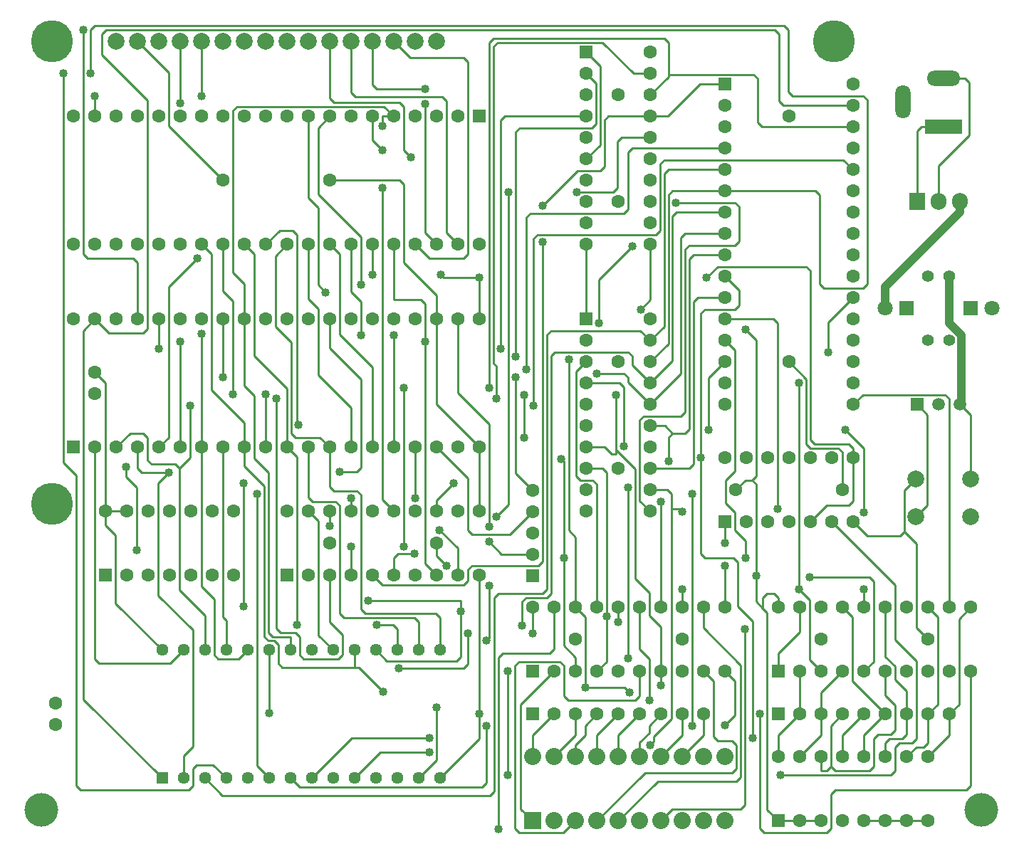
<source format=gbr>
%TF.GenerationSoftware,Novarm,DipTrace,4.3.0.4*%
%TF.CreationDate,2023-09-26T18:22:54+01:00*%
%FSLAX26Y26*%
%MOIN*%
%TF.FileFunction,Copper,L2,Bot*%
%TF.Part,Single*%
%TA.AperFunction,Conductor*%
%ADD13C,0.03937*%
%ADD14C,0.009843*%
%TA.AperFunction,ComponentPad*%
%ADD18R,0.070866X0.070866*%
%ADD19C,0.070866*%
%ADD20R,0.062992X0.062992*%
%ADD21C,0.062992*%
%ADD22C,0.062992*%
%ADD23C,0.15748*%
%ADD24R,0.056693X0.056693*%
%ADD25C,0.056693*%
%ADD26R,0.173228X0.070866*%
%ADD27O,0.15748X0.070866*%
%ADD28O,0.070866X0.15748*%
%ADD29C,0.055118*%
%ADD30C,0.055118*%
%ADD31C,0.19685*%
%ADD32C,0.07874*%
%ADD33R,0.059055X0.059055*%
%ADD34C,0.059055*%
%ADD35R,0.08X0.08*%
%ADD36C,0.08*%
%ADD37R,0.075X0.07874*%
%ADD38O,0.075X0.07874*%
%TA.AperFunction,ViaPad*%
%ADD39C,0.04*%
G75*
G01*
%LPD*%
X5047638Y3393701D2*
D13*
Y3343701D1*
X4697638Y2993701D1*
Y2893701D1*
X1597638Y3493701D2*
D14*
X1343897Y3747441D1*
Y3997441D1*
X1197638Y4143701D1*
X4397638Y493701D2*
X4297638D1*
X997638Y2593701D2*
X1047638Y2543701D1*
Y1943701D1*
X4197638Y493701D2*
X4146063Y545275D1*
Y1469095D1*
X4126378Y1488780D1*
X4093897Y1521261D1*
Y1642914D1*
Y2070276D1*
X4074212Y2089961D1*
X4043898D1*
X3997638Y2043701D1*
X4597638Y493701D2*
X4697638D1*
X1313386Y1293701D2*
X1093901Y1513185D1*
Y1831493D1*
X1047638Y1877756D1*
Y1943701D1*
X2745712Y1371575D2*
Y1227599D1*
X2726027Y1207914D1*
X2421736D1*
X3047638Y1493701D2*
Y1371575D1*
X4074212Y2089961D2*
X4093897Y2109646D1*
Y2743859D1*
X4044055Y2793701D1*
X4197638Y1493701D2*
Y1539961D1*
X4177953Y1559646D1*
X4146063D1*
X4126378Y1539961D1*
Y1488780D1*
X4297638Y493701D2*
X4243898D1*
X4197638D1*
X1047638Y1943701D2*
X1147638D1*
X4797638Y493701D2*
X4897638D1*
X4697638D2*
X4797638D1*
X3598248Y848469D2*
X3613582Y863803D1*
Y887839D1*
X3697027Y971284D1*
Y1955040D1*
Y2024016D1*
X3677342Y2043701D1*
X3597638D1*
X3746870Y1940122D2*
X3731952Y1955040D1*
X3697027D1*
X2563716Y813705D2*
X2333390D1*
X2213386Y693701D1*
X3947638Y2843701D2*
X4174212D1*
X4193893Y2824020D1*
Y1955040D1*
X2078665Y2969236D2*
X2043897Y3004004D1*
Y3365256D1*
X1997638Y3411515D1*
Y3793701D1*
X1397638Y2243701D2*
Y2739492D1*
X1297638Y2243701D2*
X1343901Y2289964D1*
Y2994571D1*
X1478661Y3129331D1*
X1813386Y1293701D2*
Y997441D1*
X3017720Y2606736D2*
Y3320280D1*
X3037405Y3339965D1*
X3474216D1*
X3493901Y3359650D1*
Y3624016D1*
X3513586Y3643701D1*
X3947638D1*
X1413386Y693701D2*
Y798342D1*
X1456500Y841457D1*
Y1387263D1*
X1293901Y1549862D1*
Y2074040D1*
X1343901Y2124040D1*
X1217326D1*
X1197638Y2143728D1*
Y2243701D1*
X3052484Y2437524D2*
Y3220280D1*
X3072169Y3239965D1*
X3624216D1*
X3643901Y3259650D1*
Y3570276D1*
X3663586Y3589961D1*
X4501378D1*
X4547638Y3543701D1*
X1513386Y1293701D2*
Y1454783D1*
X1393901Y1574268D1*
Y2143725D1*
X1443901Y2193725D1*
Y2437524D1*
X1393901Y2143725D2*
X1374216Y2163410D1*
X1263586D1*
X1243901Y2183095D1*
Y2289965D1*
X1224216Y2309650D1*
X1163587D1*
X1097638Y2243701D1*
X997638D2*
Y1250591D1*
X1017323Y1230906D1*
X1350591D1*
X1413386Y1293701D1*
X1313386Y693701D2*
X943901Y1063185D1*
Y2789964D1*
X997638Y2843701D1*
X1063583Y2777756D1*
X1224216D1*
X1243901Y2797441D1*
Y3869764D1*
X1032401Y4081264D1*
Y4178154D1*
X1052086Y4197839D1*
X4182260D1*
X4201946Y4178153D1*
Y3863386D1*
X4221631Y3843701D1*
X4547638D1*
X3597638Y3993701D2*
X3520575D1*
X3374311Y4139965D1*
X2883271D1*
X2863586Y4120280D1*
Y2637611D1*
X2878665Y2622532D1*
Y2472288D1*
X1847480D2*
Y1395866D1*
X1867165Y1376181D1*
X1936815D1*
X1956500Y1356496D1*
Y1270276D1*
X1976185Y1250591D1*
X2136815D1*
X2156500Y1270276D1*
Y1366154D1*
X2097638Y1425016D1*
Y1643701D1*
X3597638Y3893701D2*
X3683271Y3979334D1*
Y3989961D1*
X4081975D1*
X4101663Y3970273D1*
Y3763387D1*
X4121349Y3743701D1*
X4547638D1*
X3683271Y3989961D2*
Y4139965D1*
X3663586Y4159650D1*
X2863586D1*
X2843901Y4139965D1*
Y2522130D1*
X2443901Y1779173D2*
Y2522130D1*
X2197638Y1643701D2*
Y1779173D1*
X3093901Y3374729D2*
X3259137Y3539965D1*
X3363586D1*
X3383271Y3559650D1*
Y3774016D1*
X3402956Y3793701D1*
X3597638D1*
X3093901Y3205201D2*
Y1709646D1*
X3074216Y1689961D1*
X2763586D1*
X2743901Y1670276D1*
Y1617122D1*
X2724216Y1597437D1*
X2343902D1*
X2297638Y1643701D1*
X3597638Y3793701D2*
X3680488D1*
X3830488Y3943701D1*
X3947638D1*
X3254263Y3439965D2*
X3423988D1*
X3443676Y3459653D1*
Y3674015D1*
X3463362Y3693701D1*
X3597638D1*
X2878665Y1919965D2*
X2933114Y1974414D1*
Y3439965D1*
X2493744Y1744410D2*
X2417327D1*
X2397638Y1724720D1*
Y1643701D1*
X3597638Y2143701D2*
X3781697D1*
X3801382Y2163386D1*
Y2924016D1*
X3821067Y2943701D1*
X3947638D1*
X3493901Y2055201D2*
Y1255040D1*
X2243897Y3004000D2*
Y3227756D1*
X2043897Y3427756D1*
Y3739960D1*
X2097638Y3793701D1*
X4076535Y883232D2*
Y1427753D1*
X4007012Y1497276D1*
Y1704251D1*
X3987326Y1723937D1*
X3855830D1*
X3836145Y1743622D1*
Y2193862D1*
X2563716Y883232D2*
X2202917D1*
X2013386Y693701D1*
X3836145Y2193862D2*
Y2870276D1*
X3855830Y2889961D1*
X3993897D1*
X4013582Y2909646D1*
Y2977756D1*
X3947638Y3043701D1*
X3597638Y2343701D2*
X3668905D1*
X3702956Y2309650D1*
X3762012D1*
X3781697Y2329335D1*
Y3124016D1*
X3801382Y3143701D1*
X3947638D1*
X3702956Y2309650D2*
X3683271Y2289965D1*
Y2178469D1*
X3793901Y937681D2*
Y2025209D1*
X2832401Y937681D2*
Y670276D1*
X2812716Y650591D1*
X1956496D1*
X1913386Y693701D1*
X3348512Y2589965D2*
X3474216D1*
X3493901Y2570280D1*
Y2547437D1*
X3597638Y2443701D1*
X1756500Y2024725D2*
Y750586D1*
X1813386Y693701D1*
X3597638Y2443701D2*
X3742326Y2588389D1*
Y3224015D1*
X3762012Y3243701D1*
X3947638D1*
X2997799Y1406819D2*
Y1520276D1*
X3017484Y1539961D1*
X3113586D1*
X3133271Y1559646D1*
Y2670280D1*
X3152956Y2689965D1*
X3493901D1*
X3513586Y2670280D1*
Y2627752D1*
X3597638Y2543701D1*
X3702956Y2649019D1*
Y3324016D1*
X3722641Y3343701D1*
X3947638D1*
X978661Y3994095D2*
Y4197839D1*
X998346Y4217524D1*
X4225860D1*
X4245545Y4197839D1*
Y3909648D1*
X4265232Y3889961D1*
X4593897D1*
X4613582Y3870276D1*
Y3009646D1*
X4593897Y2989961D1*
X4411989D1*
X4392304Y3009646D1*
Y3424015D1*
X4372618Y3443701D1*
X3947638D1*
X851374Y3994095D2*
Y2170976D1*
X910826Y2111524D1*
Y656891D1*
X930512Y637205D1*
X1436815D1*
X1456500Y656890D1*
Y736811D1*
X1476185Y756496D1*
X1550591D1*
X1613386Y693701D1*
X3947638Y3443701D2*
X3702956D1*
X3683271Y3424016D1*
Y2729334D1*
X3597638Y2643701D1*
X3947638Y3543701D2*
X3683271D1*
X3663586Y3524016D1*
Y2809649D1*
X3597638Y2743701D1*
X3551374Y2789965D1*
X3133271D1*
X3113586Y2770280D1*
Y1579331D1*
X3093901Y1559646D1*
X2886854D1*
X2867169Y1539961D1*
Y630906D1*
X2847484Y611221D1*
X1595866D1*
X1513386Y693701D1*
X3358980Y2824729D2*
Y3029174D1*
X3513586Y3183780D1*
X1597638Y2243701D2*
Y1448705D1*
X1613386Y1432957D1*
Y1293701D1*
X1497638Y2243701D2*
Y1591800D1*
X1556500Y1532938D1*
Y1270276D1*
X1576185Y1250591D1*
X1670276D1*
X1713386Y1293701D1*
X1497638Y2774256D2*
Y2243701D1*
X4043740Y1724729D2*
Y1804098D1*
X3993897Y1853941D1*
Y1939961D1*
X3951378Y1982480D1*
Y2088387D1*
X3993897Y2130906D1*
Y2697441D1*
X3947638Y2743701D1*
X3247638Y1193701D2*
Y1259645D1*
X3193901Y1313382D1*
Y1724729D1*
X2397638Y2243701D2*
Y2769701D1*
X2243901D2*
Y2926418D1*
X2197638Y2972681D1*
Y3193701D1*
X3193901Y1724729D2*
Y2177914D1*
X3181850Y2189965D1*
X2297638Y2243701D2*
Y2619067D1*
X2143901Y2772804D1*
Y3147437D1*
X2097638Y3193701D1*
X3297638Y2143701D2*
X3374216D1*
X3393901Y2124016D1*
Y1450327D1*
X3870909Y2324729D2*
Y2566972D1*
X3947638Y2643701D1*
X4597638Y1937075D2*
Y2239961D1*
X4512870Y2324729D1*
X4597638Y1493701D2*
Y1579331D1*
X3393901Y1450327D2*
Y1239964D1*
X3347638Y1193701D1*
X2197638Y2243701D2*
Y2426964D1*
X2043901Y2580701D1*
Y2892996D1*
X1997638Y2939259D1*
Y3193701D1*
X2598480Y1024882D2*
Y778795D1*
X2513386Y693701D1*
X3647638Y1193701D2*
Y1400882D1*
X3593901Y1454619D1*
Y1562630D1*
X3528665Y1627866D1*
Y2142677D1*
X3439452Y2231890D1*
Y2212205D1*
X3417130D1*
X3385634Y2243701D1*
X3297638D1*
X3439452Y2231890D2*
Y2489965D1*
X3647638Y1129173D2*
Y1193701D1*
X1897638Y3193701D2*
X1843901Y3139964D1*
Y2808472D1*
X1917326Y2735047D1*
Y2309651D1*
X1937012Y2289965D1*
X2051374D1*
X2097638Y2243701D1*
X4547638Y2443701D2*
X4593898Y2489961D1*
X4977952D1*
X4997638Y2470275D1*
Y1493701D1*
X2097638Y2243701D2*
Y2059488D1*
X2117323Y2039803D1*
X2224216D1*
X2243901Y2020118D1*
Y1485079D1*
X2263586Y1465394D1*
X2593700D1*
X2613386Y1445708D1*
Y1293701D1*
X4293897Y2543701D2*
Y1579331D1*
X1997638Y2243701D2*
Y2009646D1*
X2017323Y1989961D1*
X2124216D1*
X2143901Y1970276D1*
Y1465394D1*
X2163586Y1445709D1*
X2493700D1*
X2513386Y1426023D1*
Y1293701D1*
X2843901Y1594410D2*
Y1348307D1*
X2832405Y1336811D1*
X3747638Y1493701D2*
Y1579331D1*
X4293897D2*
X4343901Y1529327D1*
Y1247437D1*
X4397638Y1193701D1*
X1952090Y2348311D2*
X1943901Y2356500D1*
Y3239961D1*
X1924216Y3259646D1*
X1863583D1*
X1797638Y3193701D1*
X1943901Y1410945D2*
Y2197437D1*
X1897638Y2243701D1*
X3474216Y2246969D2*
Y2524016D1*
X3454531Y2543701D1*
X3297638D1*
X4343740Y1633780D2*
X4624216D1*
X4643901Y1614095D1*
Y1239964D1*
X4597638Y1193701D1*
X2413386Y1293701D2*
Y1391260D1*
X2393701Y1410945D1*
X2316618D1*
X3647638Y1493701D2*
X3647185Y1989965D1*
X1897638Y2243701D2*
Y2517905D1*
X1743901Y2671642D1*
Y3147437D1*
X1697638Y3193701D1*
X2278665Y1524882D2*
X2710949D1*
Y1475040D1*
X3297638Y2643701D2*
X3251378Y2597441D1*
Y2109650D1*
X3271063Y2089965D1*
X3327952D1*
X3347638Y2070279D1*
Y1493701D1*
X1693901Y1499370D2*
Y2074567D1*
X1797638Y2243701D2*
Y2492457D1*
X1643901D2*
Y2927839D1*
X1597638Y2974102D1*
Y3193701D1*
X2710949Y1475040D2*
Y1262363D1*
X2691263Y1242677D1*
X2364410D1*
X2313386Y1293701D1*
X1497638Y3193701D2*
X1543901Y3147437D1*
Y2512469D1*
X1697638Y2358732D1*
Y2243701D1*
X3216614Y2655201D2*
Y1853898D1*
X3247638Y1822874D1*
Y1493701D1*
X1697638Y2243701D2*
Y2156145D1*
X1791263Y2062520D1*
Y1356497D1*
X1810949Y1336811D1*
X1836815D1*
X1856500Y1317126D1*
Y1230906D1*
X1876185Y1211221D1*
X2213386D1*
X2235948D1*
X2348153Y1099016D1*
X2213386Y1293701D2*
Y1211221D1*
X3293901Y1119020D2*
X3477476D1*
X3502086Y1094410D1*
X3247638Y1493701D2*
X3293901Y1447437D1*
Y1119020D1*
X3718035Y3389961D2*
X3993897D1*
X4013582Y3370276D1*
Y3209646D1*
X3993897Y3189961D1*
X3781697D1*
X3762012Y3170276D1*
Y2409651D1*
X3742326Y2389965D1*
X3568035D1*
X3548350Y2370280D1*
Y1992988D1*
X3597638Y1943701D1*
Y3193701D2*
Y2933339D1*
X3554263Y2889965D1*
X2967878Y2668559D2*
Y3720280D1*
X2987563Y3739965D1*
X3324216D1*
X3343901Y3759650D1*
Y3947437D1*
X3297638Y3993701D1*
X943897Y4197839D2*
Y3147441D1*
X963582Y3127756D1*
X1177953D1*
X1197638Y3108071D1*
Y2843701D1*
X2898350Y2703323D2*
Y3774015D1*
X2918036Y3793701D1*
X3297638D1*
X1297638Y2843701D2*
Y2703323D1*
X4997638Y3043701D2*
D13*
Y2824433D1*
X5054724Y2767346D1*
Y2450787D1*
X5047638Y2443701D1*
X2097638Y3493701D2*
D14*
X2424212D1*
X2443897Y3474016D1*
Y3107899D1*
X2597638Y2954158D1*
Y2843701D1*
X5097638Y1193701D2*
Y656889D1*
X5077953Y637205D1*
X4463582D1*
X4443897Y617520D1*
Y458150D1*
X4424212Y438465D1*
X4130984D1*
X4111299Y458150D1*
Y993701D1*
X4247638Y2643701D2*
X4328661Y2562677D1*
Y2259646D1*
X4348346Y2239961D1*
X4477952D1*
X4497638Y2220275D1*
Y2043701D1*
X2613386Y693701D2*
X2797638Y877953D1*
Y993701D1*
X4897638Y1343701D2*
X4843901Y1397437D1*
Y1791138D1*
X4787598Y1847441D1*
X4767913Y1827756D1*
X4613583D1*
X4547638Y1893701D1*
X5047638Y2443701D2*
X5097638Y2393701D1*
Y2095866D1*
X4841732D2*
X4787598Y2041732D1*
Y1847441D1*
X4947638Y3393701D2*
Y3561090D1*
X5092326Y3705779D1*
Y3952362D1*
X5072641Y3972047D1*
X4971260D1*
X1143901Y2152874D2*
Y2104354D1*
X1193901Y2054354D1*
Y1760847D1*
X2597638Y1793701D2*
Y1736224D1*
X2643901Y1689961D1*
X3297638Y3593701D2*
X3363586Y3659649D1*
Y4027752D1*
X3297638Y4093701D1*
X3947638Y1193701D2*
X3993901Y1147437D1*
Y986677D1*
X3947638Y940414D1*
X3297638Y2843701D2*
Y3193701D1*
X3007248Y2487366D2*
Y2289961D1*
X2797638Y2243701D2*
Y1943701D1*
X2597638Y2843701D2*
Y2443701D1*
X2797638Y2243701D1*
Y993701D2*
Y1643701D1*
X4297638Y1493701D2*
Y1376645D1*
X4197638Y1276645D1*
Y1193701D1*
X2143901Y2129012D2*
X2224216D1*
X2243901Y2148697D1*
Y2563067D1*
X2097638Y2709330D1*
Y2843701D1*
X2612874Y1855040D2*
X2697638Y1770276D1*
Y1643701D1*
X2343901Y3635358D2*
X2297638Y3681621D1*
Y3793701D1*
X2343901Y3458937D2*
Y1997437D1*
X2397638Y1943701D1*
X2478661Y3600599D2*
X2443897Y3635363D1*
Y3839961D1*
X2424212Y3859646D1*
X2117322D1*
X2097638Y3879330D1*
Y4143701D1*
X2697638Y3193701D2*
X2643897Y3247441D1*
Y3866142D1*
X2624212Y3885827D1*
X2217322D1*
X2197638Y3905511D1*
Y4143701D1*
X2543897Y3920591D2*
X2317322D1*
X2297638Y3940275D1*
Y4143701D1*
X2543897Y3851063D2*
Y3247441D1*
X2597638Y3193701D1*
X2497638D2*
X2563583Y3127756D1*
X2724212D1*
X2743897Y3147441D1*
Y4048367D1*
X2724210Y4068054D1*
X2473285D1*
X2397638Y4143701D1*
X1397638D2*
Y3855043D1*
X1497638Y4143701D2*
X1497634Y3889807D1*
X997638Y3793701D2*
Y3889807D1*
X2843901Y1870122D2*
Y2353012D1*
X2697638Y2499275D1*
Y2843701D1*
X2843901Y1800595D2*
X2901583Y1742913D1*
X3047638D1*
X2497638Y2243701D2*
Y2005040D1*
X2597638Y2243701D2*
X2743901Y2097437D1*
Y1855043D1*
X2763586Y1835358D1*
X2940082D1*
X3047638Y1942913D1*
X2967878Y2571973D2*
Y2122673D1*
X3047638Y2042913D1*
X1597638Y2843701D2*
Y2571973D1*
X3147638Y993701D2*
X3047638Y893701D1*
Y793701D1*
X3247638Y993701D2*
Y893701D1*
X3147638Y793701D1*
X3347638Y993701D2*
X3293897Y939960D1*
Y894728D1*
X3247638Y848468D1*
Y793701D1*
X3447638Y993701D2*
X3347638Y893701D1*
Y793701D1*
X3547638Y993701D2*
X3447638Y893701D1*
Y793701D1*
X3647638Y993701D2*
X3593897Y939960D1*
Y906362D1*
X3547638Y860102D1*
Y793701D1*
X3747638Y993701D2*
Y893701D1*
X3647638Y793701D1*
X3847638Y993701D2*
Y893701D1*
X3747638Y793701D1*
X4297638Y993701D2*
X4197638Y893701D1*
Y793701D1*
X4297638Y1193701D2*
Y993701D1*
X4497638Y1193701D2*
X4397638Y1093701D1*
Y993701D1*
Y893701D1*
X4297638Y793701D1*
X4497638Y993701D2*
X4443897Y939960D1*
Y747441D1*
X4463582Y727756D1*
X4624212D1*
X4643897Y747441D1*
Y879335D1*
X4663582Y899020D1*
X4724212D1*
X4743897Y918705D1*
Y1036516D1*
X4697638Y1082775D1*
Y1193701D1*
X4443897Y747441D2*
X4424212Y727756D1*
X4397638D1*
Y793701D1*
X4597638Y993701D2*
X4497638Y893701D1*
Y793701D1*
X4597638D2*
Y893701D1*
X4697638Y993701D1*
X4543901Y1147437D1*
Y1447437D1*
X4497638Y1493701D1*
X4697638Y793701D2*
Y859649D1*
X4717323Y879335D1*
X4777953D1*
X4797638Y899019D1*
Y993701D1*
Y1100881D1*
X4743901Y1154618D1*
Y1216827D1*
X4697638Y1263090D1*
Y1493701D1*
X4897638D2*
X4943901Y1447437D1*
Y1039964D1*
X4897638Y993701D1*
Y859650D1*
X4877952Y839965D1*
X4843902D1*
X4797638Y793701D1*
X4897638D2*
X4997638Y893701D1*
Y993701D1*
X5043901Y1039964D1*
Y1439964D1*
X5097638Y1493701D1*
X4971260Y3743701D2*
X4867327D1*
X4847638Y3724011D1*
Y3393701D1*
X3147638Y1193701D2*
X2992173Y1038236D1*
Y549165D1*
X3047638Y493701D1*
X3247638D2*
X3192402Y438465D1*
X2984673D1*
X2964988Y458150D1*
Y1220276D1*
X2984673Y1239961D1*
X3174216D1*
X3193901Y1220276D1*
Y1079331D1*
X3213586Y1059646D1*
X3527953D1*
X3547638Y1079330D1*
Y1193701D1*
X3847638D2*
X3893901Y1147437D1*
Y887839D1*
X3913586Y868154D1*
X3982716D1*
X4002401Y848469D1*
Y738937D1*
X3982716Y719252D1*
X3573189D1*
X3347638Y493701D1*
X3847638Y1493701D2*
Y1397110D1*
X4022086Y1222662D1*
Y699567D1*
X4002401Y679882D1*
X3633819D1*
X3447638Y493701D1*
X3593901Y1059646D2*
Y1251591D1*
X3547638Y1297854D1*
Y1493701D1*
X4041771Y1392988D2*
Y568154D1*
X4022086Y548469D1*
X3702406D1*
X3647638Y493701D1*
X3447638Y1493701D2*
Y1424725D1*
X2886854Y453543D2*
Y1259646D1*
X2906539Y1279331D1*
X3127953D1*
X3147638Y1299015D1*
Y1493701D1*
X2930224Y708071D2*
Y1193701D1*
X4209134Y708071D2*
X4724212D1*
X4743897Y727756D1*
Y839965D1*
X4763582Y859650D1*
X4824216D1*
X4843901Y879335D1*
Y1240142D1*
X4743901Y1340142D1*
Y1597437D1*
X4447638Y1893701D1*
X2678665Y2074567D2*
X2597638Y1993539D1*
Y1943701D1*
X3947638Y1893701D2*
Y1794256D1*
X4847638Y2443701D2*
X4895870Y2395468D1*
Y1972839D1*
X4841732Y1918701D1*
X3947638Y1493701D2*
Y1689173D1*
X2197638Y1943701D2*
Y2005040D1*
X4547638Y2943701D2*
X4432673Y2828736D1*
Y2689961D1*
X2097638Y1943701D2*
Y1874725D1*
X4347638Y1893701D2*
X4425776Y1971839D1*
X4527949D1*
X4547638Y1991527D1*
Y2193701D1*
X2797638Y2843701D2*
X2797641Y3038240D1*
X2297638Y3193701D2*
Y3052154D1*
X4547638Y2193701D2*
Y2239960D1*
X4527952Y2259646D1*
X4368031D1*
X4348346Y2279331D1*
Y3070276D1*
X4328661Y3089961D1*
X3913965D1*
X3862244Y3038240D1*
X2797641D2*
X2631240D1*
X2617326Y3052154D1*
X2113386Y1293701D2*
X2043901Y1363185D1*
Y1897437D1*
X1997638Y1943701D1*
X1913386Y1293701D2*
Y1356496D1*
X1830634D1*
X1810949Y1376181D1*
Y2124547D1*
X1743901Y2191595D1*
Y2484403D1*
X1697638Y2530666D1*
Y2843701D1*
X2397638Y3793701D2*
X2343897D1*
Y3748154D1*
X1697638Y2843701D2*
Y3008157D1*
X1643901Y3061894D1*
Y3820276D1*
X1663586Y3839961D1*
X2351378D1*
X2397638Y3793701D1*
Y3193701D2*
Y2934473D1*
X2524216D1*
X2543901Y2914788D1*
Y2739492D1*
Y1697437D1*
X2597638Y1643701D1*
D39*
X4044055Y2793701D3*
X2421736Y1207914D3*
X2745712Y1371575D3*
X3047638D3*
X4093897Y1642914D3*
X3598248Y848469D3*
X2563716Y813705D3*
X4193893Y1955040D3*
X3746870Y1940122D3*
X2078665Y2969236D3*
X1397638Y2739492D3*
X1478661Y3129331D3*
X1813386Y997441D3*
X3017720Y2606736D3*
X1343901Y2124040D3*
X3052484Y2437524D3*
X1443901D3*
X2878665Y2472288D3*
X1847480D3*
X2843901Y2522130D3*
X2443901D3*
Y1779173D3*
X2197638D3*
X3093901Y3374729D3*
Y3205201D3*
X3254263Y3439965D3*
X2933114D3*
X2878665Y1919965D3*
X2493744Y1744410D3*
X3493901Y1255040D3*
Y2055201D3*
X2243897Y3004000D3*
X3836145Y2193862D3*
X4076535Y883232D3*
X2563716D3*
X3683271Y2178469D3*
X3793901Y2025209D3*
Y937681D3*
X2832401D3*
X1756500Y2024725D3*
X3348512Y2589965D3*
X2997799Y1406819D3*
X851374Y3994095D3*
X978661D3*
X3513586Y3183780D3*
X3358980Y2824729D3*
X1497638Y2774256D3*
X3181850Y2189965D3*
X2397638Y2769701D3*
X2243901D3*
X3193901Y1724729D3*
X4043740D3*
X3870909Y2324729D3*
X4512870D3*
X4597638Y1937075D3*
Y1579331D3*
X3393901Y1450327D3*
X2598480Y1024882D3*
X3439452Y2489965D3*
X3647638Y1129173D3*
X4293897Y1579331D3*
X2832405Y1336811D3*
X2843901Y1594410D3*
X1952090Y2348311D3*
X4293897Y2543701D3*
X3747638Y1579331D3*
X3474216Y2246969D3*
X4343740Y1633780D3*
X1943901Y1410945D3*
X2316618D3*
X3647185Y1989965D3*
X2710949Y1475040D3*
X1693901Y2074567D3*
Y1499370D3*
X2278665Y1524882D3*
X1797638Y2492457D3*
X1643901D3*
X2348153Y1099016D3*
X3502086Y1094410D3*
X3216614Y2655201D3*
X3293901Y1119020D3*
X3718035Y3389961D3*
X3554263Y2889965D3*
X2967878Y2668559D3*
X943897Y4197839D3*
X2898350Y2703323D3*
X1297638D3*
X1193901Y1760847D3*
X1143901Y2152874D3*
X3947638Y940414D3*
X3007248Y2289961D3*
Y2487366D3*
X2643901Y1689961D3*
X4111299Y993701D3*
X2797638D3*
X2143901Y2129012D3*
X2612874Y1855040D3*
X2343901Y3635358D3*
Y3458937D3*
X2478661Y3600599D3*
X2543897Y3920591D3*
Y3851063D3*
X1397638Y3855043D3*
X1497634Y3889807D3*
X997638D3*
X2843901Y1870122D3*
Y1800595D3*
X2497638Y2005040D3*
X2967878Y2571973D3*
X1597638D3*
X3593901Y1059646D3*
X4041771Y1392988D3*
X3447638Y1424725D3*
X2886854Y453543D3*
X2930224Y1193701D3*
Y708071D3*
X4209134D3*
X2678665Y2074567D3*
X3947638Y1794256D3*
Y1689173D3*
X2197638Y2005040D3*
X4432673Y2689961D3*
X2097638Y1874725D3*
X2297638Y3052154D3*
X2617326D3*
X3862244Y3038240D3*
X2797641D3*
X2343897Y3748154D3*
X2543901Y2739492D3*
D18*
X4797638Y2893701D3*
D19*
X4697638D3*
D20*
X3297638Y2843701D3*
D21*
Y2743701D3*
Y2643701D3*
Y2543701D3*
Y2443701D3*
Y2343701D3*
Y2243701D3*
Y2143701D3*
Y2043701D3*
Y1943701D3*
X3597638D3*
Y2043701D3*
Y2143701D3*
Y2243701D3*
Y2343701D3*
Y2443701D3*
Y2543701D3*
Y2643701D3*
Y2743701D3*
Y2843701D3*
D22*
X1597638Y3493701D3*
X2097638D3*
D20*
X4197638Y993701D3*
D21*
X4297638D3*
X4397638D3*
X4497638D3*
X4597638D3*
X4697638D3*
X4797638D3*
X4897638D3*
X4997638D3*
D23*
X747638Y543701D3*
D22*
X4397638Y1343701D3*
X4897638D3*
D20*
X897638Y2243701D3*
D21*
X997638D3*
X1097638D3*
X1197638D3*
X1297638D3*
X1397638D3*
X1497638D3*
X1597638D3*
X1697638D3*
X1797638D3*
X1897638D3*
X1997638D3*
X2097638D3*
X2197638D3*
X2297638D3*
X2397638D3*
X2497638D3*
X2597638D3*
X2697638D3*
X2797638D3*
Y2843701D3*
X2697638D3*
X2597638D3*
X2497638D3*
X2397638D3*
X2297638D3*
X2197638D3*
X2097638D3*
X1997638D3*
X1897638D3*
X1797638D3*
X1697638D3*
X1597638D3*
X1497638D3*
X1397638D3*
X1297638D3*
X1197638D3*
X1097638D3*
X997638D3*
X897638D3*
D22*
X3447638Y2643701D3*
Y2143701D3*
X2097638Y1793701D3*
X2597638D3*
D20*
X4197638Y1193701D3*
D21*
X4297638D3*
X4397638D3*
X4497638D3*
X4597638D3*
X4697638D3*
X4797638D3*
X4897638D3*
X4997638D3*
X5097638D3*
Y1493701D3*
X4997638D3*
X4897638D3*
X4797638D3*
X4697638D3*
X4597638D3*
X4497638D3*
X4397638D3*
X4297638D3*
X4197638D3*
D22*
X997638Y2593701D3*
Y2495276D3*
D24*
X1313386Y693701D3*
D25*
X1413386D3*
X1513386D3*
X1613386D3*
X1713386D3*
X1813386D3*
X1913386D3*
X2013386D3*
X2113386D3*
X2213386D3*
X2313386D3*
X2413386D3*
X2513386D3*
X2613386D3*
Y1293701D3*
X2513386D3*
X2413386D3*
X2313386D3*
X2213386D3*
X2113386D3*
X2013386D3*
X1913386D3*
X1813386D3*
X1713386D3*
X1613386D3*
X1513386D3*
X1413386D3*
X1313386D3*
D22*
X4247638Y3793701D3*
Y2643701D3*
D18*
X5097638Y2893701D3*
D19*
X5197638D3*
D22*
X3447638Y3893701D3*
Y3393701D3*
D20*
X3047638Y993701D3*
D21*
X3147638D3*
X3247638D3*
X3347638D3*
X3447638D3*
X3547638D3*
X3647638D3*
X3747638D3*
X3847638D3*
D23*
X5147638Y543701D3*
D26*
X4971260Y3743701D3*
D27*
Y3972047D3*
D28*
X4782283Y3861811D3*
D20*
X3047638Y1193701D3*
D21*
X3147638D3*
X3247638D3*
X3347638D3*
X3447638D3*
X3547638D3*
X3647638D3*
X3747638D3*
X3847638D3*
X3947638D3*
Y1493701D3*
X3847638D3*
X3747638D3*
X3647638D3*
X3547638D3*
X3447638D3*
X3347638D3*
X3247638D3*
X3147638D3*
X3047638D3*
D20*
Y1642913D3*
D21*
Y1742913D3*
Y1842913D3*
Y1942913D3*
Y2042913D3*
D29*
X4997638Y2743701D3*
D30*
Y3043701D3*
D22*
X1347638Y1943701D3*
Y1643701D3*
D20*
X1047638D3*
D21*
X1147638D3*
X1247638D3*
D22*
X1447638D3*
X1547638D3*
X1647638D3*
Y1943701D3*
X1547638D3*
X1447638D3*
X1247638D3*
X1147638D3*
X1047638D3*
D20*
X3947638Y3943701D3*
D21*
Y3843701D3*
Y3743701D3*
Y3643701D3*
Y3543701D3*
Y3443701D3*
Y3343701D3*
Y3243701D3*
Y3143701D3*
Y3043701D3*
Y2943701D3*
Y2843701D3*
Y2743701D3*
Y2643701D3*
Y2543701D3*
Y2443701D3*
X4547638D3*
Y2543701D3*
Y2643701D3*
Y2743701D3*
Y2843701D3*
Y2943701D3*
Y3043701D3*
Y3143701D3*
Y3243701D3*
Y3343701D3*
Y3443701D3*
Y3543701D3*
Y3643701D3*
Y3743701D3*
Y3843701D3*
Y3943701D3*
D20*
X4197638Y493701D3*
D21*
X4297638D3*
X4397638D3*
X4497638D3*
X4597638D3*
X4697638D3*
X4797638D3*
X4897638D3*
Y793701D3*
X4797638D3*
X4697638D3*
X4597638D3*
X4497638D3*
X4397638D3*
X4297638D3*
X4197638D3*
D22*
X3997638Y2043701D3*
X4497638D3*
X813386Y1043701D3*
Y945276D3*
D31*
X797638Y4143701D3*
Y1979921D3*
D32*
X1297638Y4143701D3*
X2497638D3*
X2597638D3*
D31*
X4457480D3*
D32*
X1097638D3*
X1197638D3*
X1397638D3*
X1497638D3*
X1597638D3*
X1697638D3*
X1797638D3*
X1897638D3*
X1997638D3*
X2097638D3*
X2197638D3*
X2297638D3*
X2397638D3*
D20*
X2797638Y3793701D3*
D21*
X2697638D3*
X2597638D3*
X2497638D3*
X2397638D3*
X2297638D3*
X2197638D3*
X2097638D3*
X1997638D3*
X1897638D3*
X1797638D3*
X1697638D3*
X1597638D3*
X1497638D3*
X1397638D3*
X1297638D3*
X1197638D3*
X1097638D3*
X997638D3*
X897638D3*
Y3193701D3*
X997638D3*
X1097638D3*
X1197638D3*
X1297638D3*
X1397638D3*
X1497638D3*
X1597638D3*
X1697638D3*
X1797638D3*
X1897638D3*
X1997638D3*
X2097638D3*
X2197638D3*
X2297638D3*
X2397638D3*
X2497638D3*
X2597638D3*
X2697638D3*
X2797638D3*
D33*
X4847638Y2443701D3*
D34*
X4947638D3*
X5047638D3*
D22*
X3247638Y1343701D3*
X3747638D3*
D29*
X4897638Y2743701D3*
D30*
Y3043701D3*
D20*
X3947638Y1893701D3*
D21*
X4047638D3*
X4147638D3*
X4247638D3*
X4347638D3*
X4447638D3*
X4547638D3*
Y2193701D3*
X4447638D3*
X4347638D3*
X4247638D3*
X4147638D3*
X4047638D3*
X3947638D3*
D20*
X1897638Y1643701D3*
D21*
X1997638D3*
X2097638D3*
X2197638D3*
X2297638D3*
X2397638D3*
X2497638D3*
X2597638D3*
X2697638D3*
X2797638D3*
Y1943701D3*
X2697638D3*
X2597638D3*
X2497638D3*
X2397638D3*
X2297638D3*
X2197638D3*
X2097638D3*
X1997638D3*
X1897638D3*
D35*
X3047638Y493701D3*
D36*
X3147638D3*
X3247638D3*
X3347638D3*
X3447638D3*
X3547638D3*
X3647638D3*
X3747638D3*
X3847638D3*
X3947638D3*
Y793701D3*
X3847638D3*
X3747638D3*
X3647638D3*
X3547638D3*
X3447638D3*
X3347638D3*
X3247638D3*
X3147638D3*
X3047638D3*
D20*
X3297638Y4093701D3*
D21*
Y3993701D3*
Y3893701D3*
Y3793701D3*
Y3693701D3*
Y3593701D3*
Y3493701D3*
Y3393701D3*
Y3293701D3*
Y3193701D3*
X3597638D3*
Y3293701D3*
Y3393701D3*
Y3493701D3*
Y3593701D3*
Y3693701D3*
Y3793701D3*
Y3893701D3*
Y3993701D3*
Y4093701D3*
D32*
X5097638Y1918701D3*
X4841732D3*
X5097638Y2095866D3*
X4841732D3*
D37*
X4847638Y3393701D3*
D38*
X4947638D3*
X5047638D3*
M02*

</source>
